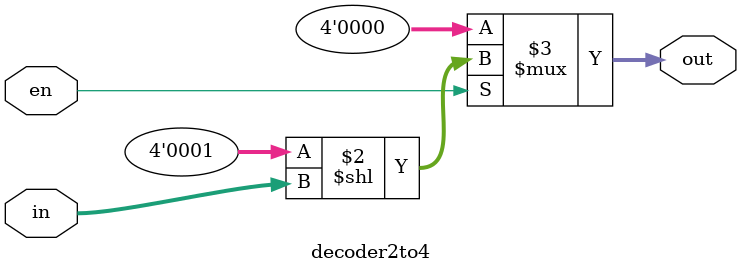
<source format=v>
module decoder2to4 (
    input wire [1:0] in,
    input wire en,
    output wire [3:0] out
);
    assign out = (en == 1'b1) ? (4'b0001 << in) : 4'b0000;
endmodule
</source>
